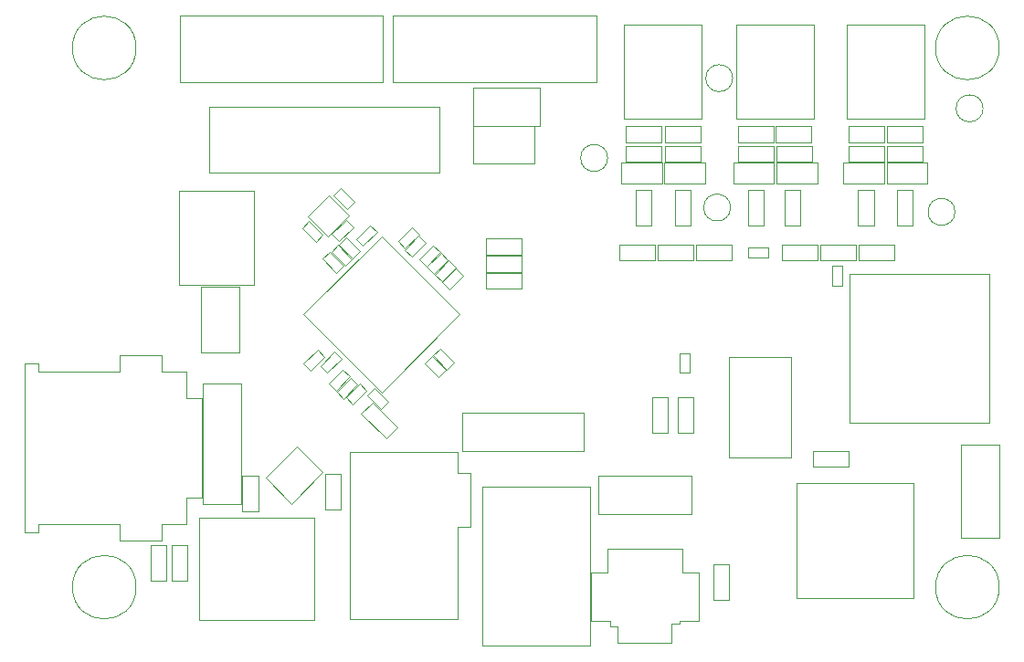
<source format=gbr>
%TF.GenerationSoftware,KiCad,Pcbnew,7.0.1*%
%TF.CreationDate,2024-02-21T01:36:57-05:00*%
%TF.ProjectId,12-30-23-Teacup.kicad_pcb-revC,31322d33-302d-4323-932d-546561637570,B*%
%TF.SameCoordinates,Original*%
%TF.FileFunction,Other,User*%
%FSLAX46Y46*%
G04 Gerber Fmt 4.6, Leading zero omitted, Abs format (unit mm)*
G04 Created by KiCad (PCBNEW 7.0.1) date 2024-02-21 01:36:57*
%MOMM*%
%LPD*%
G01*
G04 APERTURE LIST*
%ADD10C,0.050000*%
G04 APERTURE END LIST*
D10*
%TO.C,C19*%
X203710000Y-74149999D02*
X200410000Y-74149999D01*
X203710000Y-72689999D02*
X203710000Y-74149999D01*
X200410000Y-74149999D02*
X200410000Y-72689999D01*
X200410000Y-72689999D02*
X203710000Y-72689999D01*
%TO.C,C2*%
X216950000Y-64070000D02*
X220250000Y-64070000D01*
X216950000Y-65530000D02*
X216950000Y-64070000D01*
X220250000Y-64070000D02*
X220250000Y-65530000D01*
X220250000Y-65530000D02*
X216950000Y-65530000D01*
%TO.C,SW2*%
X210100000Y-103650000D02*
X210100000Y-103650000D01*
X210100000Y-103650000D02*
X210100000Y-108150000D01*
X210100000Y-108150000D02*
X211850000Y-108150000D01*
X211600000Y-101400000D02*
X211600000Y-103650000D01*
X211600000Y-103650000D02*
X210100000Y-103650000D01*
X211850000Y-108150000D02*
X211850000Y-108650000D01*
X211850000Y-108650000D02*
X212600000Y-108650000D01*
X212600000Y-108650000D02*
X212600000Y-110150000D01*
X212600000Y-110150000D02*
X217600000Y-110150000D01*
X217600000Y-108400000D02*
X218350000Y-108400000D01*
X217600000Y-110150000D02*
X217600000Y-108400000D01*
X218350000Y-108150000D02*
X220100000Y-108150000D01*
X218350000Y-108400000D02*
X218350000Y-108150000D01*
X218600000Y-101400000D02*
X211600000Y-101400000D01*
X218600000Y-103650000D02*
X218600000Y-101400000D01*
X220100000Y-103650000D02*
X218600000Y-103650000D01*
X220100000Y-108150000D02*
X220100000Y-103650000D01*
%TO.C,R22*%
X233380000Y-75180000D02*
X233380000Y-77040000D01*
X232440000Y-75180000D02*
X233380000Y-75180000D01*
X233380000Y-77040000D02*
X232440000Y-77040000D01*
X232440000Y-77040000D02*
X232440000Y-75180000D01*
%TO.C,TP8*%
X246450000Y-60600000D02*
G75*
G03*
X246450000Y-60600000I-1250000J0D01*
G01*
%TO.C,C20*%
X183973135Y-71064629D02*
X185260069Y-72351563D01*
X183322597Y-71715167D02*
X183973135Y-71064629D01*
X185260069Y-72351563D02*
X184609531Y-73002101D01*
X184609531Y-73002101D02*
X183322597Y-71715167D01*
%TO.C,U2*%
X223600000Y-61600000D02*
X230800000Y-61600000D01*
X230800000Y-61600000D02*
X230800000Y-52800000D01*
X223600000Y-52800000D02*
X223600000Y-61600000D01*
X230800000Y-52800000D02*
X223600000Y-52800000D01*
%TO.C,H4*%
X247950000Y-55000000D02*
G75*
G03*
X247950000Y-55000000I-2950000J0D01*
G01*
%TO.C,C1*%
X216920000Y-65620000D02*
X220680000Y-65620000D01*
X216920000Y-67580000D02*
X216920000Y-65620000D01*
X220680000Y-65620000D02*
X220680000Y-67580000D01*
X220680000Y-67580000D02*
X216920000Y-67580000D01*
%TO.C,U4*%
X222905000Y-92950000D02*
X228625000Y-92950000D01*
X228625000Y-92950000D02*
X228625000Y-83650000D01*
X222905000Y-83650000D02*
X222905000Y-92950000D01*
X228625000Y-83650000D02*
X222905000Y-83650000D01*
%TO.C,TP6*%
X243850000Y-70200000D02*
G75*
G03*
X243850000Y-70200000I-1250000J0D01*
G01*
%TO.C,C37*%
X186508198Y-75838736D02*
X185221264Y-74551802D01*
X187158736Y-75188198D02*
X186508198Y-75838736D01*
X185221264Y-74551802D02*
X185871802Y-73901264D01*
X185871802Y-73901264D02*
X187158736Y-75188198D01*
%TO.C,R2*%
X217870000Y-71450000D02*
X217870000Y-68150000D01*
X219330000Y-71450000D02*
X217870000Y-71450000D01*
X217870000Y-68150000D02*
X219330000Y-68150000D01*
X219330000Y-68150000D02*
X219330000Y-71450000D01*
%TO.C,R3*%
X214270000Y-71450000D02*
X214270000Y-68150000D01*
X215730000Y-71450000D02*
X214270000Y-71450000D01*
X214270000Y-68150000D02*
X215730000Y-68150000D01*
X215730000Y-68150000D02*
X215730000Y-71450000D01*
%TO.C,H3*%
X247950000Y-105000000D02*
G75*
G03*
X247950000Y-105000000I-2950000J0D01*
G01*
%TO.C,J12*%
X198210000Y-92390000D02*
X209410000Y-92390000D01*
X209410000Y-92390000D02*
X209410000Y-88790000D01*
X198210000Y-88790000D02*
X198210000Y-92390000D01*
X209410000Y-88790000D02*
X198210000Y-88790000D01*
%TO.C,C16*%
X241280000Y-67580000D02*
X237520000Y-67580000D01*
X241280000Y-65620000D02*
X241280000Y-67580000D01*
X237520000Y-67580000D02*
X237520000Y-65620000D01*
X237520000Y-65620000D02*
X241280000Y-65620000D01*
%TO.C,R18*%
X219850000Y-73257500D02*
X223150000Y-73257500D01*
X219850000Y-74717500D02*
X219850000Y-73257500D01*
X223150000Y-73257500D02*
X223150000Y-74717500D01*
X223150000Y-74717500D02*
X219850000Y-74717500D01*
%TO.C,C21*%
X186876437Y-67983614D02*
X188163371Y-69270548D01*
X186225899Y-68634152D02*
X186876437Y-67983614D01*
X188163371Y-69270548D02*
X187512833Y-69921086D01*
X187512833Y-69921086D02*
X186225899Y-68634152D01*
%TO.C,C38*%
X196121802Y-82871264D02*
X197408736Y-84158198D01*
X195471264Y-83521802D02*
X196121802Y-82871264D01*
X197408736Y-84158198D02*
X196758198Y-84808736D01*
X196758198Y-84808736D02*
X195471264Y-83521802D01*
%TO.C,J7*%
X210625000Y-52025000D02*
X191775000Y-52025000D01*
X191775000Y-52025000D02*
X191775000Y-58175000D01*
X210625000Y-58175000D02*
X210625000Y-52025000D01*
X191775000Y-58175000D02*
X210625000Y-58175000D01*
%TO.C,R17*%
X227800000Y-73257500D02*
X231100000Y-73257500D01*
X227800000Y-74717500D02*
X227800000Y-73257500D01*
X231100000Y-73257500D02*
X231100000Y-74717500D01*
X231100000Y-74717500D02*
X227800000Y-74717500D01*
%TO.C,C18*%
X240850000Y-63730000D02*
X237550000Y-63730000D01*
X240850000Y-62270000D02*
X240850000Y-63730000D01*
X237550000Y-63730000D02*
X237550000Y-62270000D01*
X237550000Y-62270000D02*
X240850000Y-62270000D01*
%TO.C,R8*%
X234870000Y-71450000D02*
X234870000Y-68150000D01*
X236330000Y-71450000D02*
X234870000Y-71450000D01*
X234870000Y-68150000D02*
X236330000Y-68150000D01*
X236330000Y-68150000D02*
X236330000Y-71450000D01*
%TO.C,C25*%
X188331264Y-72718198D02*
X189618198Y-71431264D01*
X188981802Y-73368736D02*
X188331264Y-72718198D01*
X189618198Y-71431264D02*
X190268736Y-72081802D01*
X190268736Y-72081802D02*
X188981802Y-73368736D01*
%TO.C,S2*%
X199225000Y-62275000D02*
X204825000Y-62275000D01*
X199225000Y-65675000D02*
X199225000Y-62275000D01*
X204825000Y-62275000D02*
X204825000Y-65675000D01*
X204825000Y-65675000D02*
X199225000Y-65675000D01*
%TO.C,C30*%
X188018198Y-74518736D02*
X186731264Y-73231802D01*
X188668736Y-73868198D02*
X188018198Y-74518736D01*
X186731264Y-73231802D02*
X187381802Y-72581264D01*
X187381802Y-72581264D02*
X188668736Y-73868198D01*
%TO.C,R15*%
X234925000Y-73257500D02*
X238225000Y-73257500D01*
X234925000Y-74717500D02*
X234925000Y-73257500D01*
X238225000Y-73257500D02*
X238225000Y-74717500D01*
X238225000Y-74717500D02*
X234925000Y-74717500D01*
%TO.C,J2*%
X234040000Y-89740000D02*
X234040000Y-75940000D01*
X247040000Y-89740000D02*
X234040000Y-89740000D01*
X234040000Y-75940000D02*
X247040000Y-75940000D01*
X247040000Y-75940000D02*
X247040000Y-89740000D01*
%TO.C,J1*%
X173822500Y-98597500D02*
X173822500Y-108017500D01*
X173822500Y-98597500D02*
X184462500Y-98597500D01*
X173822500Y-108017500D02*
X184462500Y-108017500D01*
X184462500Y-98597500D02*
X184462500Y-108017500D01*
%TO.C,C15*%
X233950000Y-62270000D02*
X237250000Y-62270000D01*
X233950000Y-63730000D02*
X233950000Y-62270000D01*
X237250000Y-62270000D02*
X237250000Y-63730000D01*
X237250000Y-63730000D02*
X233950000Y-63730000D01*
%TO.C,J15*%
X171950000Y-68275000D02*
X171950000Y-76975000D01*
X171950000Y-76975000D02*
X178850000Y-76975000D01*
X178850000Y-68275000D02*
X171950000Y-68275000D01*
X178850000Y-76975000D02*
X178850000Y-68275000D01*
%TO.C,J10*%
X200030000Y-110450000D02*
X200030000Y-95650000D01*
X210030000Y-110450000D02*
X200030000Y-110450000D01*
X210030000Y-110450000D02*
X210030000Y-95650000D01*
X210030000Y-95650000D02*
X200030000Y-95650000D01*
%TO.C,C5*%
X216650000Y-65530000D02*
X213350000Y-65530000D01*
X216650000Y-64070000D02*
X216650000Y-65530000D01*
X213350000Y-65530000D02*
X213350000Y-64070000D01*
X213350000Y-64070000D02*
X216650000Y-64070000D01*
%TO.C,TP1*%
X223050000Y-69800000D02*
G75*
G03*
X223050000Y-69800000I-1250000J0D01*
G01*
%TO.C,D1*%
X179944016Y-94851821D02*
X182348179Y-97255984D01*
X182348179Y-97255984D02*
X185247316Y-94356847D01*
X182843153Y-91952684D02*
X179944016Y-94851821D01*
X185247316Y-94356847D02*
X182843153Y-91952684D01*
%TO.C,C12*%
X227050000Y-63730000D02*
X223750000Y-63730000D01*
X227050000Y-62270000D02*
X227050000Y-63730000D01*
X223750000Y-63730000D02*
X223750000Y-62270000D01*
X223750000Y-62270000D02*
X227050000Y-62270000D01*
%TO.C,R19*%
X219600000Y-74717500D02*
X216300000Y-74717500D01*
X219600000Y-73257500D02*
X219600000Y-74717500D01*
X216300000Y-74717500D02*
X216300000Y-73257500D01*
X216300000Y-73257500D02*
X219600000Y-73257500D01*
%TO.C,C43*%
X189318736Y-86781802D02*
X188031802Y-88068736D01*
X188668198Y-86131264D02*
X189318736Y-86781802D01*
X188031802Y-88068736D02*
X187381264Y-87418198D01*
X187381264Y-87418198D02*
X188668198Y-86131264D01*
%TO.C,C44*%
X185418736Y-83631802D02*
X184131802Y-84918736D01*
X184768198Y-82981264D02*
X185418736Y-83631802D01*
X184131802Y-84918736D02*
X183481264Y-84268198D01*
X183481264Y-84268198D02*
X184768198Y-82981264D01*
%TO.C,IC1*%
X190700000Y-72452155D02*
X197947845Y-79700000D01*
X183452155Y-79700000D02*
X190700000Y-72452155D01*
X197947845Y-79700000D02*
X190700000Y-86947845D01*
X190700000Y-86947845D02*
X183452155Y-79700000D01*
%TO.C,R13*%
X219630000Y-87350000D02*
X219630000Y-90650000D01*
X218170000Y-87350000D02*
X219630000Y-87350000D01*
X219630000Y-90650000D02*
X218170000Y-90650000D01*
X218170000Y-90650000D02*
X218170000Y-87350000D01*
%TO.C,R16*%
X234650000Y-74717500D02*
X231350000Y-74717500D01*
X234650000Y-73257500D02*
X234650000Y-74717500D01*
X231350000Y-74717500D02*
X231350000Y-73257500D01*
X231350000Y-73257500D02*
X234650000Y-73257500D01*
%TO.C,J6*%
X190825000Y-52025000D02*
X171975000Y-52025000D01*
X171975000Y-52025000D02*
X171975000Y-58175000D01*
X190825000Y-58175000D02*
X190825000Y-52025000D01*
X171975000Y-58175000D02*
X190825000Y-58175000D01*
%TO.C,R1*%
X169320000Y-104360000D02*
X169320000Y-101060000D01*
X170780000Y-104360000D02*
X169320000Y-104360000D01*
X169320000Y-101060000D02*
X170780000Y-101060000D01*
X170780000Y-101060000D02*
X170780000Y-104360000D01*
%TO.C,U3*%
X233790000Y-61600000D02*
X240990000Y-61600000D01*
X240990000Y-61600000D02*
X240990000Y-52800000D01*
X233790000Y-52800000D02*
X233790000Y-61600000D01*
X240990000Y-52800000D02*
X233790000Y-52800000D01*
%TO.C,R11*%
X203710000Y-75750000D02*
X200410000Y-75750000D01*
X203710000Y-74290000D02*
X203710000Y-75750000D01*
X200410000Y-75750000D02*
X200410000Y-74290000D01*
X200410000Y-74290000D02*
X203710000Y-74290000D01*
%TO.C,H1*%
X167950000Y-105000000D02*
G75*
G03*
X167950000Y-105000000I-2950000J0D01*
G01*
%TO.C,C13*%
X233520000Y-65620000D02*
X237280000Y-65620000D01*
X233520000Y-67580000D02*
X233520000Y-65620000D01*
X237280000Y-65620000D02*
X237280000Y-67580000D01*
X237280000Y-67580000D02*
X233520000Y-67580000D01*
%TO.C,C39*%
X187738736Y-85471802D02*
X186451802Y-86758736D01*
X187088198Y-84821264D02*
X187738736Y-85471802D01*
X186451802Y-86758736D02*
X185801264Y-86108198D01*
X185801264Y-86108198D02*
X187088198Y-84821264D01*
%TO.C,TP2*%
X211650000Y-65200000D02*
G75*
G03*
X211650000Y-65200000I-1250000J0D01*
G01*
%TO.C,U1*%
X213200000Y-61600000D02*
X220400000Y-61600000D01*
X220400000Y-61600000D02*
X220400000Y-52800000D01*
X213200000Y-52800000D02*
X213200000Y-61600000D01*
X220400000Y-52800000D02*
X213200000Y-52800000D01*
%TO.C,C9*%
X227250000Y-62270000D02*
X230550000Y-62270000D01*
X227250000Y-63730000D02*
X227250000Y-62270000D01*
X230550000Y-62270000D02*
X230550000Y-63730000D01*
X230550000Y-63730000D02*
X227250000Y-63730000D01*
%TO.C,J5*%
X244370000Y-91770000D02*
X244370000Y-100420000D01*
X244370000Y-100420000D02*
X247970000Y-100420000D01*
X247970000Y-91770000D02*
X244370000Y-91770000D01*
X247970000Y-100420000D02*
X247970000Y-91770000D01*
%TO.C,C23*%
X218340000Y-85110000D02*
X218340000Y-83290000D01*
X219260000Y-85110000D02*
X218340000Y-85110000D01*
X218340000Y-83290000D02*
X219260000Y-83290000D01*
X219260000Y-83290000D02*
X219260000Y-85110000D01*
%TO.C,J4*%
X174725000Y-66575000D02*
X196075000Y-66575000D01*
X196075000Y-66575000D02*
X196075000Y-60425000D01*
X174725000Y-60425000D02*
X174725000Y-66575000D01*
X196075000Y-60425000D02*
X174725000Y-60425000D01*
%TO.C,J11*%
X174090000Y-86110000D02*
X174090000Y-97310000D01*
X174090000Y-97310000D02*
X177690000Y-97310000D01*
X177690000Y-86110000D02*
X174090000Y-86110000D01*
X177690000Y-97310000D02*
X177690000Y-86110000D01*
%TO.C,C34*%
X187318198Y-75218736D02*
X186031264Y-73931802D01*
X187968736Y-74568198D02*
X187318198Y-75218736D01*
X186031264Y-73931802D02*
X186681802Y-73281264D01*
X186681802Y-73281264D02*
X187968736Y-74568198D01*
%TO.C,J3*%
X170350000Y-83520000D02*
X166450000Y-83520000D01*
X158920000Y-84280000D02*
X158920000Y-85050000D01*
X157620000Y-84280000D02*
X158920000Y-84280000D01*
X157620000Y-84280000D02*
X157620000Y-99920000D01*
X172620000Y-85050000D02*
X170350000Y-85050000D01*
X172620000Y-85050000D02*
X172620000Y-87470000D01*
X170350000Y-85050000D02*
X170350000Y-83520000D01*
X166450000Y-85050000D02*
X166450000Y-83520000D01*
X158920000Y-85050000D02*
X166450000Y-85050000D01*
X174080000Y-87470000D02*
X172620000Y-87470000D01*
X174080000Y-87470000D02*
X174080000Y-96730000D01*
X174080000Y-96730000D02*
X172620000Y-96730000D01*
X172620000Y-96730000D02*
X172620000Y-99150000D01*
X172620000Y-99150000D02*
X170350000Y-99150000D01*
X158920000Y-99150000D02*
X166450000Y-99150000D01*
X158920000Y-99920000D02*
X158920000Y-99150000D01*
X157620000Y-99920000D02*
X158920000Y-99920000D01*
X170350000Y-100680000D02*
X170350000Y-99150000D01*
X170350000Y-100680000D02*
X166450000Y-100680000D01*
X166450000Y-100680000D02*
X166450000Y-99150000D01*
%TO.C,C11*%
X227050000Y-65530000D02*
X223750000Y-65530000D01*
X227050000Y-64070000D02*
X227050000Y-65530000D01*
X223750000Y-65530000D02*
X223750000Y-64070000D01*
X223750000Y-64070000D02*
X227050000Y-64070000D01*
%TO.C,R9*%
X238470000Y-71450000D02*
X238470000Y-68150000D01*
X239930000Y-71450000D02*
X238470000Y-71450000D01*
X238470000Y-68150000D02*
X239930000Y-68150000D01*
X239930000Y-68150000D02*
X239930000Y-71450000D01*
%TO.C,C46*%
X196331264Y-76718198D02*
X197618198Y-75431264D01*
X196981802Y-77368736D02*
X196331264Y-76718198D01*
X197618198Y-75431264D02*
X198268736Y-76081802D01*
X198268736Y-76081802D02*
X196981802Y-77368736D01*
%TO.C,C45*%
X192831264Y-73718198D02*
X194118198Y-72431264D01*
X193481802Y-74368736D02*
X192831264Y-73718198D01*
X194118198Y-72431264D02*
X194768736Y-73081802D01*
X194768736Y-73081802D02*
X193481802Y-74368736D01*
%TO.C,H2*%
X167950000Y-55000000D02*
G75*
G03*
X167950000Y-55000000I-2950000J0D01*
G01*
%TO.C,C8*%
X227287500Y-64070000D02*
X230587500Y-64070000D01*
X227287500Y-65530000D02*
X227287500Y-64070000D01*
X230587500Y-64070000D02*
X230587500Y-65530000D01*
X230587500Y-65530000D02*
X227287500Y-65530000D01*
%TO.C,C22*%
X189849462Y-87867086D02*
X192182914Y-90200538D01*
X188817086Y-88899462D02*
X189849462Y-87867086D01*
X192182914Y-90200538D02*
X191150538Y-91232914D01*
X191150538Y-91232914D02*
X188817086Y-88899462D01*
%TO.C,C6*%
X216650000Y-63730000D02*
X213350000Y-63730000D01*
X216650000Y-62270000D02*
X216650000Y-63730000D01*
X213350000Y-63730000D02*
X213350000Y-62270000D01*
X213350000Y-62270000D02*
X216650000Y-62270000D01*
%TO.C,R25*%
X171270000Y-104360000D02*
X171270000Y-101060000D01*
X172730000Y-104360000D02*
X171270000Y-104360000D01*
X171270000Y-101060000D02*
X172730000Y-101060000D01*
X172730000Y-101060000D02*
X172730000Y-104360000D01*
%TO.C,R14*%
X233975000Y-93830000D02*
X230675000Y-93830000D01*
X233975000Y-92370000D02*
X233975000Y-93830000D01*
X230675000Y-93830000D02*
X230675000Y-92370000D01*
X230675000Y-92370000D02*
X233975000Y-92370000D01*
%TO.C,C17*%
X240850000Y-65530000D02*
X237550000Y-65530000D01*
X240850000Y-64070000D02*
X240850000Y-65530000D01*
X237550000Y-65530000D02*
X237550000Y-64070000D01*
X237550000Y-64070000D02*
X240850000Y-64070000D01*
%TO.C,C42*%
X195371802Y-83571264D02*
X196658736Y-84858198D01*
X194721264Y-84221802D02*
X195371802Y-83571264D01*
X196658736Y-84858198D02*
X196008198Y-85508736D01*
X196008198Y-85508736D02*
X194721264Y-84221802D01*
%TO.C,R7*%
X224670000Y-71450000D02*
X224670000Y-68150000D01*
X226130000Y-71450000D02*
X224670000Y-71450000D01*
X224670000Y-68150000D02*
X226130000Y-68150000D01*
X226130000Y-68150000D02*
X226130000Y-71450000D01*
%TO.C,C41*%
X194911264Y-75318198D02*
X196198198Y-74031264D01*
X195561802Y-75968736D02*
X194911264Y-75318198D01*
X196198198Y-74031264D02*
X196848736Y-74681802D01*
X196848736Y-74681802D02*
X195561802Y-75968736D01*
%TO.C,J9*%
X199225000Y-62275000D02*
X205375000Y-62275000D01*
X205375000Y-62275000D02*
X205375000Y-58675000D01*
X199225000Y-58675000D02*
X199225000Y-62275000D01*
X205375000Y-58675000D02*
X199225000Y-58675000D01*
%TO.C,J14*%
X177525000Y-83265000D02*
X177525000Y-77115000D01*
X177525000Y-77115000D02*
X173925000Y-77115000D01*
X173925000Y-83265000D02*
X177525000Y-83265000D01*
X173925000Y-77115000D02*
X173925000Y-83265000D01*
%TO.C,C26*%
X195621264Y-76008198D02*
X196908198Y-74721264D01*
X196271802Y-76658736D02*
X195621264Y-76008198D01*
X196908198Y-74721264D02*
X197558736Y-75371802D01*
X197558736Y-75371802D02*
X196271802Y-76658736D01*
%TO.C,C32*%
X186968736Y-83831802D02*
X185681802Y-85118736D01*
X186318198Y-83181264D02*
X186968736Y-83831802D01*
X185681802Y-85118736D02*
X185031264Y-84468198D01*
X185031264Y-84468198D02*
X186318198Y-83181264D01*
%TO.C,R12*%
X215770000Y-90650000D02*
X215770000Y-87350000D01*
X217230000Y-90650000D02*
X215770000Y-90650000D01*
X215770000Y-87350000D02*
X217230000Y-87350000D01*
X217230000Y-87350000D02*
X217230000Y-90650000D01*
%TO.C,C31*%
X190031802Y-86531264D02*
X191318736Y-87818198D01*
X189381264Y-87181802D02*
X190031802Y-86531264D01*
X191318736Y-87818198D02*
X190668198Y-88468736D01*
X190668198Y-88468736D02*
X189381264Y-87181802D01*
%TO.C,R10*%
X203710000Y-77349999D02*
X200410000Y-77349999D01*
X203710000Y-75889999D02*
X203710000Y-77349999D01*
X200410000Y-77349999D02*
X200410000Y-75889999D01*
X200410000Y-75889999D02*
X203710000Y-75889999D01*
%TO.C,C7*%
X227320000Y-65620000D02*
X231080000Y-65620000D01*
X227320000Y-67580000D02*
X227320000Y-65620000D01*
X231080000Y-65620000D02*
X231080000Y-67580000D01*
X231080000Y-67580000D02*
X227320000Y-67580000D01*
%TO.C,U5*%
X229175000Y-106025000D02*
X239975000Y-106025000D01*
X239975000Y-106025000D02*
X239975000Y-95325000D01*
X229175000Y-95325000D02*
X229175000Y-106025000D01*
X239975000Y-95325000D02*
X229175000Y-95325000D01*
%TO.C,R5*%
X185440000Y-97810000D02*
X185440000Y-94510000D01*
X186900000Y-97810000D02*
X185440000Y-97810000D01*
X185440000Y-94510000D02*
X186900000Y-94510000D01*
X186900000Y-94510000D02*
X186900000Y-97810000D01*
%TO.C,C28*%
X188478736Y-86231802D02*
X187191802Y-87518736D01*
X187828198Y-85581264D02*
X188478736Y-86231802D01*
X187191802Y-87518736D02*
X186541264Y-86868198D01*
X186541264Y-86868198D02*
X187828198Y-85581264D01*
%TO.C,Y1*%
X183849392Y-70636828D02*
X185687869Y-72475305D01*
X185687869Y-72475305D02*
X187667768Y-70495406D01*
X185829291Y-68656929D02*
X183849392Y-70636828D01*
X187667768Y-70495406D02*
X185829291Y-68656929D01*
%TO.C,J8*%
X187740000Y-92500000D02*
X187740000Y-108000000D01*
X187740000Y-108000000D02*
X197740000Y-108000000D01*
X197740000Y-92500000D02*
X187740000Y-92500000D01*
X197740000Y-94400000D02*
X197740000Y-92500000D01*
X197740000Y-108000000D02*
X197740000Y-99400000D01*
X198940000Y-94400000D02*
X197740000Y-94400000D01*
X198940000Y-94400000D02*
X198940000Y-99400000D01*
X198940000Y-99400000D02*
X197740000Y-99400000D01*
%TO.C,C36*%
X192231264Y-72918198D02*
X193518198Y-71631264D01*
X192881802Y-73568736D02*
X192231264Y-72918198D01*
X193518198Y-71631264D02*
X194168736Y-72281802D01*
X194168736Y-72281802D02*
X192881802Y-73568736D01*
%TO.C,R6*%
X228070000Y-71450000D02*
X228070000Y-68150000D01*
X229530000Y-71450000D02*
X228070000Y-71450000D01*
X228070000Y-68150000D02*
X229530000Y-68150000D01*
X229530000Y-68150000D02*
X229530000Y-71450000D01*
%TO.C,C14*%
X233950000Y-64070000D02*
X237250000Y-64070000D01*
X233950000Y-65530000D02*
X233950000Y-64070000D01*
X237250000Y-64070000D02*
X237250000Y-65530000D01*
X237250000Y-65530000D02*
X233950000Y-65530000D01*
%TO.C,R21*%
X186101527Y-72245497D02*
X187416745Y-70930279D01*
X186766207Y-72910177D02*
X186101527Y-72245497D01*
X187416745Y-70930279D02*
X188081425Y-71594959D01*
X188081425Y-71594959D02*
X186766207Y-72910177D01*
%TO.C,C3*%
X216950000Y-62270000D02*
X220250000Y-62270000D01*
X216950000Y-63730000D02*
X216950000Y-62270000D01*
X220250000Y-62270000D02*
X220250000Y-63730000D01*
X220250000Y-63730000D02*
X216950000Y-63730000D01*
%TO.C,R20*%
X212700000Y-73257500D02*
X216000000Y-73257500D01*
X212700000Y-74717500D02*
X212700000Y-73257500D01*
X216000000Y-73257500D02*
X216000000Y-74717500D01*
X216000000Y-74717500D02*
X212700000Y-74717500D01*
%TO.C,TP4*%
X223250000Y-57800000D02*
G75*
G03*
X223250000Y-57800000I-1250000J0D01*
G01*
%TO.C,R4*%
X179260000Y-94700000D02*
X179260000Y-98000000D01*
X177800000Y-94700000D02*
X179260000Y-94700000D01*
X179260000Y-98000000D02*
X177800000Y-98000000D01*
X177800000Y-98000000D02*
X177800000Y-94700000D01*
%TO.C,C35*%
X194211264Y-74598198D02*
X195498198Y-73311264D01*
X194861802Y-75248736D02*
X194211264Y-74598198D01*
X195498198Y-73311264D02*
X196148736Y-73961802D01*
X196148736Y-73961802D02*
X194861802Y-75248736D01*
%TO.C,C10*%
X227080000Y-67580000D02*
X223320000Y-67580000D01*
X227080000Y-65620000D02*
X227080000Y-67580000D01*
X223320000Y-67580000D02*
X223320000Y-65620000D01*
X223320000Y-65620000D02*
X227080000Y-65620000D01*
%TO.C,C24*%
X224715000Y-73527500D02*
X226535000Y-73527500D01*
X224715000Y-74447500D02*
X224715000Y-73527500D01*
X226535000Y-73527500D02*
X226535000Y-74447500D01*
X226535000Y-74447500D02*
X224715000Y-74447500D01*
%TO.C,J16*%
X210770000Y-98250000D02*
X219420000Y-98250000D01*
X219420000Y-98250000D02*
X219420000Y-94650000D01*
X210770000Y-94650000D02*
X210770000Y-98250000D01*
X219420000Y-94650000D02*
X210770000Y-94650000D01*
%TO.C,R24*%
X221470000Y-106150000D02*
X221470000Y-102850000D01*
X222930000Y-106150000D02*
X221470000Y-106150000D01*
X221470000Y-102850000D02*
X222930000Y-102850000D01*
X222930000Y-102850000D02*
X222930000Y-106150000D01*
%TO.C,C4*%
X216680000Y-67580000D02*
X212920000Y-67580000D01*
X216680000Y-65620000D02*
X216680000Y-67580000D01*
X212920000Y-67580000D02*
X212920000Y-65620000D01*
X212920000Y-65620000D02*
X216680000Y-65620000D01*
%TD*%
M02*

</source>
